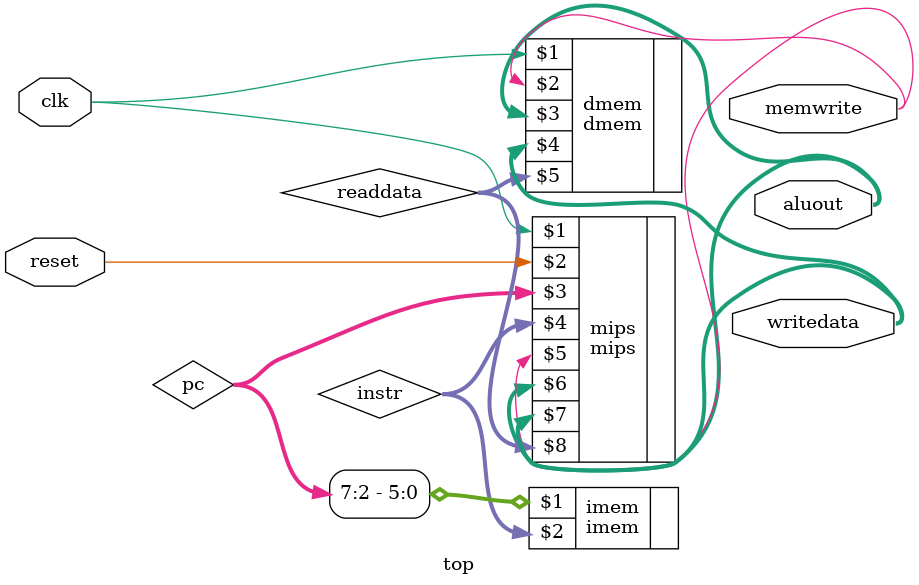
<source format=sv>

module top(
		input logic clk, reset, 
        output logic [31:0] writedata, aluout, 
        output logic memwrite);

  	logic [31:0] pc, instr, readdata;
  
  	// instantiate processor and memories

 	mips mips(clk, reset, pc, instr, memwrite, aluout, writedata, readdata);

  	imem imem(pc[7:2], instr);

  	dmem dmem(clk, memwrite, aluout, writedata, readdata);

endmodule
</source>
